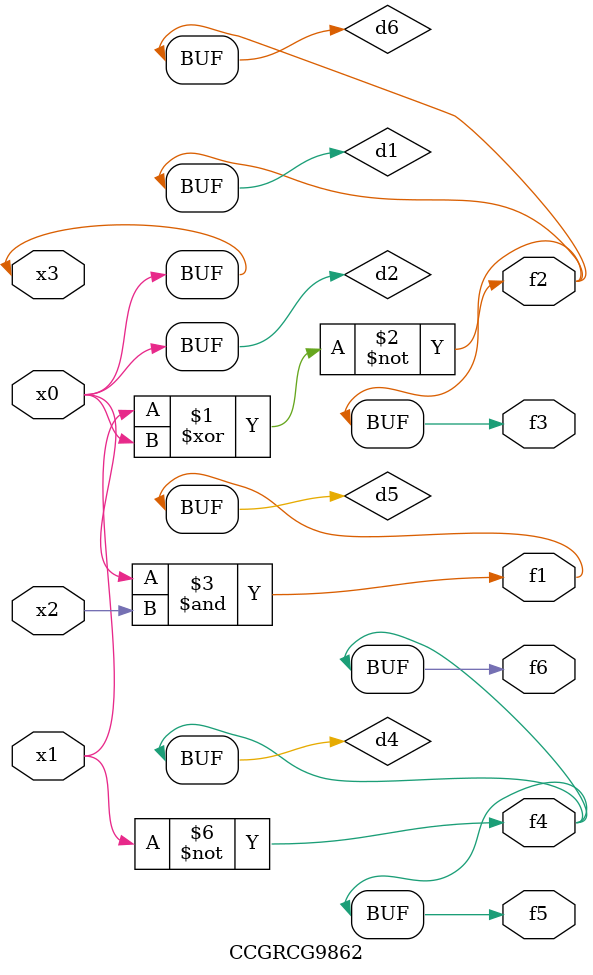
<source format=v>
module CCGRCG9862(
	input x0, x1, x2, x3,
	output f1, f2, f3, f4, f5, f6
);

	wire d1, d2, d3, d4, d5, d6;

	xnor (d1, x1, x3);
	buf (d2, x0, x3);
	nand (d3, x0, x2);
	not (d4, x1);
	nand (d5, d3);
	or (d6, d1);
	assign f1 = d5;
	assign f2 = d6;
	assign f3 = d6;
	assign f4 = d4;
	assign f5 = d4;
	assign f6 = d4;
endmodule

</source>
